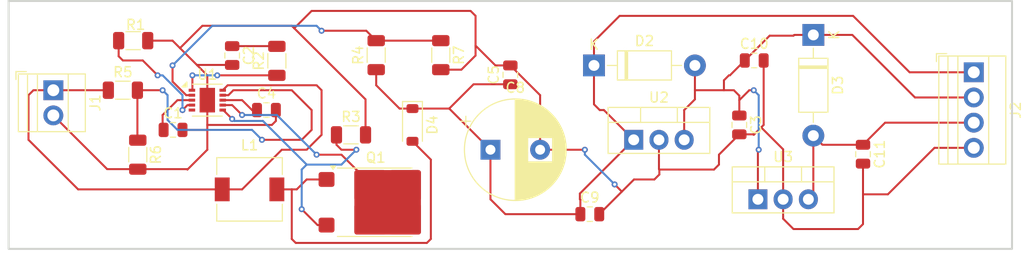
<source format=kicad_pcb>
(kicad_pcb (version 20240108) (generator "pcbnew") (generator_version "8.0")
  (layers (0 "F.Cu" signal) (31 "B.Cu" signal) (34 "B.Paste" user) (35 "F.Paste" user) (36 "B.SilkS" user "B.Silkscreen") (37 "F.SilkS" user "F.Silkscreen") (38 "B.Mask" user) (39 "F.Mask" user) (44 "Edge.Cuts" user))
  (net 0 "")
  (net 1 "GND")
  (net 2 "Net-(U1-SS)")
  (net 3 "Net-(C2-Pad1)")
  (net 4 "/+12V")
  (net 5 "Net-(U1-INTVCC)")
  (net 6 "/+24V")
  (net 7 "/+5V")
  (net 8 "Net-(D4-A)")
  (net 9 "Net-(J1-Pin_1)")
  (net 10 "Net-(Q1-S)")
  (net 11 "Net-(Q1-G)")
  (net 12 "Net-(U1-RT)")
  (net 13 "Net-(U1-VC)")
  (net 14 "Net-(U1-FBX)")
  (net 15 "Net-(U1-~{SHDN}{slash}UVLO)")
  (footprint "Package_TO_SOT_THT:TO-220-3_Vertical" (layer "F.Cu") (at 169.42 71.5)
    (property "Reference" "U3" (at 2.54 -4.27 0) (layer "F.SilkS"))
    (property "Value" "LM7805_TO220")
    (pad "1" thru_hole rect (at 0 0) (size 1.905 2) (drill 1.1) (layers "*.Cu" "*.Mask") (net 4 "/+12V"))
    (pad "2" thru_hole oval (at 2.54 0) (size 1.905 2) (drill 1.1) (layers "*.Cu" "*.Mask") (net 1 "GND"))
    (pad "3" thru_hole oval (at 5.08 0) (size 1.905 2) (drill 1.1) (layers "*.Cu" "*.Mask") (net 7 "/+5V"))
  )
  (footprint "Capacitor_SMD:C_0805_2012Metric" (layer "F.Cu") (at 116.5 57 -90)
    (property "Reference" "C2" (at 0 -1.68 90) (layer "F.SilkS"))
    (property "Value" "6.8nF")
    (pad "1" smd roundrect (at -0.95 0 270) (size 1 1.45) (layers "F.Cu" "F.Paste" "F.Mask") (net 3 "Net-(C2-Pad1)"))
    (pad "2" smd roundrect (at 0.95 0 270) (size 1 1.45) (layers "F.Cu" "F.Paste" "F.Mask") (net 1 "GND"))
  )
  (footprint "Resistor_SMD:R_1206_3216Metric" (layer "F.Cu") (at 107 67 -90)
    (property "Reference" "R6" (at 0 -1.82 90) (layer "F.SilkS"))
    (property "Value" "43.2k")
    (pad "1" smd roundrect (at -1.4625 0 270) (size 1.125 1.75) (layers "F.Cu" "F.Paste" "F.Mask") (roundrect_rratio 0.222222) (net 15 "Net-(U1-~{SHDN}{slash}UVLO)"))
    (pad "2" smd roundrect (at 1.4625 0 270) (size 1.125 1.75) (layers "F.Cu" "F.Paste" "F.Mask") (roundrect_rratio 0.222222) (net 1 "GND"))
  )
  (footprint "TerminalBlock:TerminalBlock_Xinya_XY308-2.54-4P_1x04_P2.54mm_Horizontal" (layer "F.Cu") (at 191.15 58.69 -90)
    (property "Reference" "J2" (at 3.81 -4.22 90) (layer "F.SilkS"))
    (property "Value" "Screw_Terminal_01x04")
    (pad "1" thru_hole rect (at 0 0 270) (size 2 2) (drill 1.2) (layers "*.Cu" "*.Mask") (net 6 "/+24V"))
    (pad "2" thru_hole circle (at 2.54 0 270) (size 2 2) (drill 1.2) (layers "*.Cu" "*.Mask") (net 4 "/+12V"))
    (pad "3" thru_hole circle (at 5.08 0 270) (size 2 2) (drill 1.2) (layers "*.Cu" "*.Mask") (net 7 "/+5V"))
    (pad "4" thru_hole circle (at 7.62 0 270) (size 2 2) (drill 1.2) (layers "*.Cu" "*.Mask") (net 1 "GND"))
  )
  (footprint "Capacitor_SMD:C_0805_2012Metric" (layer "F.Cu") (at 119.95 62.5)
    (property "Reference" "C4" (at 0 -1.68 0) (layer "F.SilkS"))
    (property "Value" "4.7uF")
    (pad "1" smd roundrect (at -0.95 0) (size 1 1.45) (layers "F.Cu" "F.Paste" "F.Mask") (net 5 "Net-(U1-INTVCC)"))
    (pad "2" smd roundrect (at 0.95 0) (size 1 1.45) (layers "F.Cu" "F.Paste" "F.Mask") (net 1 "GND"))
  )
  (footprint "Diode_THT:D_DO-41_SOD81_P10.16mm_Horizontal" (layer "F.Cu") (at 175 54.92 -90)
    (property "Reference" "D3" (at 5.08 -2.47 90) (layer "F.SilkS"))
    (property "Value" "1N4007")
    (fp_text user "K" (at 0 -2.1 90) (layer "F.SilkS"))
    (pad "1" thru_hole rect (at 0 0 270) (size 2.2 2.2) (drill 1.1) (layers "*.Cu" "*.Mask") (net 4 "/+12V"))
    (pad "2" thru_hole oval (at 10.16 0 270) (size 2.2 2.2) (drill 1.1) (layers "*.Cu" "*.Mask") (net 7 "/+5V"))
  )
  (footprint "Resistor_SMD:R_1206_3216Metric" (layer "F.Cu") (at 131 56.9625 90)
    (property "Reference" "R4" (at 0 -1.82 90) (layer "F.SilkS"))
    (property "Value" "226k")
    (pad "1" smd roundrect (at -1.4625 0 90) (size 1.125 1.75) (layers "F.Cu" "F.Paste" "F.Mask") (roundrect_rratio 0.222222) (net 6 "/+24V"))
    (pad "2" smd roundrect (at 1.4625 0 90) (size 1.125 1.75) (layers "F.Cu" "F.Paste" "F.Mask") (roundrect_rratio 0.222222) (net 14 "Net-(U1-FBX)"))
  )
  (footprint "Capacitor_SMD:C_0805_2012Metric" (layer "F.Cu") (at 180 66.95 -90)
    (property "Reference" "C11" (at 0 -1.68 90) (layer "F.SilkS"))
    (property "Value" "0.1uF")
    (pad "1" smd roundrect (at -0.95 0 270) (size 1 1.45) (layers "F.Cu" "F.Paste" "F.Mask") (net 7 "/+5V"))
    (pad "2" smd roundrect (at 0.95 0 270) (size 1 1.45) (layers "F.Cu" "F.Paste" "F.Mask") (net 1 "GND"))
  )
  (footprint "Resistor_SMD:R_1206_3216Metric" (layer "F.Cu") (at 105.5 60.5)
    (property "Reference" "R5" (at 0 -1.82 0) (layer "F.SilkS"))
    (property "Value" "200k")
    (pad "1" smd roundrect (at -1.4625 0) (size 1.125 1.75) (layers "F.Cu" "F.Paste" "F.Mask") (roundrect_rratio 0.222222) (net 9 "Net-(J1-Pin_1)"))
    (pad "2" smd roundrect (at 1.4625 0) (size 1.125 1.75) (layers "F.Cu" "F.Paste" "F.Mask") (roundrect_rratio 0.222222) (net 15 "Net-(U1-~{SHDN}{slash}UVLO)"))
  )
  (footprint "Capacitor_SMD:C_0805_2012Metric" (layer "F.Cu") (at 152.5 73)
    (property "Reference" "C9" (at 0 -1.68 360) (layer "F.SilkS"))
    (property "Value" "0.33uF")
    (pad "1" smd roundrect (at -0.95 0) (size 1 1.45) (layers "F.Cu" "F.Paste" "F.Mask") (net 6 "/+24V"))
    (pad "2" smd roundrect (at 0.95 0) (size 1 1.45) (layers "F.Cu" "F.Paste" "F.Mask") (net 1 "GND"))
  )
  (footprint "Capacitor_SMD:C_0805_2012Metric" (layer "F.Cu") (at 167.55 64 -90)
    (property "Reference" "C3" (at 0 -1.68 90) (layer "F.SilkS"))
    (property "Value" "0.1uF")
    (pad "1" smd roundrect (at -0.95 0 270) (size 1 1.45) (layers "F.Cu" "F.Paste" "F.Mask") (net 4 "/+12V"))
    (pad "2" smd roundrect (at 0.95 0 270) (size 1 1.45) (layers "F.Cu" "F.Paste" "F.Mask") (net 1 "GND"))
  )
  (footprint "Resistor_SMD:R_1206_3216Metric" (layer "F.Cu") (at 121 57.5375 90)
    (property "Reference" "R2" (at 0 -1.82 90) (layer "F.SilkS"))
    (property "Value" "22k")
    (pad "1" smd roundrect (at -1.4625 0 90) (size 1.125 1.75) (layers "F.Cu" "F.Paste" "F.Mask") (roundrect_rratio 0.222222) (net 13 "Net-(U1-VC)"))
    (pad "2" smd roundrect (at 1.4625 0 90) (size 1.125 1.75) (layers "F.Cu" "F.Paste" "F.Mask") (roundrect_rratio 0.222222) (net 3 "Net-(C2-Pad1)"))
  )
  (footprint "Inductor_SMD:L_6.3x6.3_H3" (layer "F.Cu") (at 118.25 70.5)
    (property "Reference" "L1" (at 0 -4.45 0) (layer "F.SilkS"))
    (property "Value" "10uH")
    (pad "1" smd rect (at -2.75 0) (size 1.5 2.4) (layers "F.Cu" "F.Paste" "F.Mask") (net 9 "Net-(J1-Pin_1)"))
    (pad "2" smd rect (at 2.75 0) (size 1.5 2.4) (layers "F.Cu" "F.Paste" "F.Mask") (net 8 "Net-(D4-A)"))
  )
  (footprint "Resistor_SMD:R_1206_3216Metric" (layer "F.Cu") (at 106.5375 55.5)
    (property "Reference" "R1" (at 0.25 -1.6 0) (layer "F.SilkS"))
    (property "Value" "41.2k")
    (pad "1" smd roundrect (at -1.4625 0) (size 1.125 1.75) (layers "F.Cu" "F.Paste" "F.Mask") (roundrect_rratio 0.222222) (net 12 "Net-(U1-RT)"))
    (pad "2" smd roundrect (at 1.4625 0) (size 1.125 1.75) (layers "F.Cu" "F.Paste" "F.Mask") (roundrect_rratio 0.222222) (net 1 "GND"))
  )
  (footprint "Capacitor_THT:CP_Radial_D10.0mm_P5.00mm" (layer "F.Cu") (at 142.5 66.5)
    (property "Reference" "C8" (at 2.5 -6.25 0) (layer "F.SilkS"))
    (property "Value" "47uF")
    (pad "1" thru_hole rect (at 0 0) (size 2 2) (drill 1) (layers "*.Cu" "*.Mask") (net 6 "/+24V"))
    (pad "2" thru_hole circle (at 5 0) (size 2 2) (drill 1) (layers "*.Cu" "*.Mask") (net 1 "GND"))
  )
  (footprint "Capacitor_SMD:C_0805_2012Metric" (layer "F.Cu") (at 144.5 58.95 90)
    (property "Reference" "C5" (at 0 -1.68 90) (layer "F.SilkS"))
    (property "Value" "18uF")
    (pad "1" smd roundrect (at -0.95 0 90) (size 1 1.45) (layers "F.Cu" "F.Paste" "F.Mask") (net 6 "/+24V"))
    (pad "2" smd roundrect (at 0.95 0 90) (size 1 1.45) (layers "F.Cu" "F.Paste" "F.Mask") (net 1 "GND"))
  )
  (footprint "Package_TO_SOT_SMD:ATPAK-2" (layer "F.Cu") (at 130.95 71.8)
    (property "Reference" "Q1" (at 0 -4.5 360) (layer "F.SilkS"))
    (property "Value" "NMOS")
    (pad "1" smd roundrect (at -4.95 -2.3) (size 1.6 1.5) (layers "F.Cu" "F.Paste" "F.Mask") (roundrect_rratio 0.166667) (net 8 "Net-(D4-A)"))
    (pad "2" smd roundrect (at -0.55 -1.7) (size 3.2 3.1) (layers "F.Cu" "F.Paste") (roundrect_rratio 0.080645) (net 11 "Net-(Q1-G)"))
    (pad "2" smd roundrect (at -0.55 1.7) (size 3.2 3.1) (layers "F.Cu" "F.Paste") (roundrect_rratio 0.080645) (net 11 "Net-(Q1-G)"))
    (pad "2" smd roundrect (at 1.2 0) (size 6.7 6.5) (layers "F.Cu" "F.Mask") (roundrect_rratio 0.038462) (net 11 "Net-(Q1-G)"))
    (pad "2" smd roundrect (at 2.95 -1.7) (size 3.2 3.1) (layers "F.Cu" "F.Paste") (roundrect_rratio 0.080645) (net 11 "Net-(Q1-G)"))
    (pad "2" smd roundrect (at 2.95 1.7) (size 3.2 3.1) (layers "F.Cu" "F.Paste") (roundrect_rratio 0.080645) (net 11 "Net-(Q1-G)"))
    (pad "3" smd roundrect (at -4.95 2.3) (size 1.6 1.5) (layers "F.Cu" "F.Paste" "F.Mask") (roundrect_rratio 0.166667) (net 10 "Net-(Q1-S)"))
  )
  (footprint "Package_DFN_QFN:DFN-10-1EP_3x3mm_P0.5mm_EP1.55x2.48mm" (layer "F.Cu") (at 114 61.5)
    (property "Reference" "U1" (at 0 -2.575 0) (layer "F.SilkS"))
    (property "Value" "LT3757AEDD")
    (pad "1" smd rect (at -1.55 -1) (size 0.65 0.3) (layers "F.Cu" "F.Paste" "F.Mask") (net 13 "Net-(U1-VC)"))
    (pad "2" smd rect (at -1.55 -0.5) (size 0.65 0.3) (layers "F.Cu" "F.Paste" "F.Mask") (net 14 "Net-(U1-FBX)"))
    (pad "3" smd rect (at -1.55 0) (size 0.65 0.3) (layers "F.Cu" "F.Paste" "F.Mask") (net 2 "Net-(U1-SS)"))
    (pad "4" smd rect (at -1.55 0.5) (size 0.65 0.3) (layers "F.Cu" "F.Paste" "F.Mask") (net 12 "Net-(U1-RT)"))
    (pad "5" smd rect (at -1.55 1) (size 0.65 0.3) (layers "F.Cu" "F.Paste" "F.Mask") (net 1 "GND"))
    (pad "6" smd rect (at 1.55 1) (size 0.65 0.3) (layers "F.Cu" "F.Paste" "F.Mask") (net 10 "Net-(Q1-S)"))
    (pad "7" smd rect (at 1.55 0.5) (size 0.65 0.3) (layers "F.Cu" "F.Paste" "F.Mask") (net 11 "Net-(Q1-G)"))
    (pad "8" smd rect (at 1.55 0) (size 0.65 0.3) (layers "F.Cu" "F.Paste" "F.Mask") (net 5 "Net-(U1-INTVCC)"))
    (pad "9" smd rect (at 1.55 -0.5) (size 0.65 0.3) (layers "F.Cu" "F.Paste" "F.Mask") (net 15 "Net-(U1-~{SHDN}{slash}UVLO)"))
    (pad "10" smd rect (at 1.55 -1) (size 0.65 0.3) (layers "F.Cu" "F.Paste" "F.Mask") (net 9 "Net-(J1-Pin_1)"))
    (pad "11" smd rect (at 0 0) (size 1.55 2.48) (layers "F.Cu" "F.Mask") (net 1 "GND"))
  )
  (footprint "TerminalBlock:TerminalBlock_Xinya_XY308-2.54-2P_1x02_P2.54mm_Horizontal" (layer "F.Cu") (at 98.5 60.5 -90)
    (property "Reference" "J1" (at 1.27 -4.22 90) (layer "F.SilkS"))
    (property "Value" "Screw_Terminal_01x02")
    (pad "1" thru_hole rect (at 0 0 270) (size 2 2) (drill 1.2) (layers "*.Cu" "*.Mask") (net 9 "Net-(J1-Pin_1)"))
    (pad "2" thru_hole circle (at 2.54 0 270) (size 2 2) (drill 1.2) (layers "*.Cu" "*.Mask") (net 1 "GND"))
  )
  (footprint "Diode_SMD:D_SOD-123" (layer "F.Cu") (at 134.65 64 -90)
    (property "Reference" "D4" (at 0 -2 90) (layer "F.SilkS"))
    (property "Value" "BAT42W-V")
    (pad "1" smd roundrect (at -1.65 0 270) (size 0.9 1.2) (layers "F.Cu" "F.Paste" "F.Mask") (net 6 "/+24V"))
    (pad "2" smd roundrect (at 1.65 0 270) (size 0.9 1.2) (layers "F.Cu" "F.Paste" "F.Mask") (net 8 "Net-(D4-A)"))
  )
  (footprint "Resistor_SMD:R_1206_3216Metric" (layer "F.Cu") (at 128.4625 65)
    (property "Reference" "R3" (at 0 -1.82 0) (layer "F.SilkS"))
    (property "Value" "0.01")
    (pad "1" smd roundrect (at -1.4625 0) (size 1.125 1.75) (layers "F.Cu" "F.Paste" "F.Mask") (roundrect_rratio 0.222222) (net 10 "Net-(Q1-S)"))
    (pad "2" smd roundrect (at 1.4625 0) (size 1.125 1.75) (layers "F.Cu" "F.Paste" "F.Mask") (roundrect_rratio 0.222222) (net 1 "GND"))
  )
  (footprint "Capacitor_SMD:C_0805_2012Metric" (layer "F.Cu") (at 169.05 57.5)
    (property "Reference" "C10" (at 0 -1.68 0) (layer "F.SilkS"))
    (property "Value" "0.33uF")
    (pad "1" smd roundrect (at -0.95 0) (size 1 1.45) (layers "F.Cu" "F.Paste" "F.Mask") (net 4 "/+12V"))
    (pad "2" smd roundrect (at 0.95 0) (size 1 1.45) (layers "F.Cu" "F.Paste" "F.Mask") (net 1 "GND"))
  )
  (footprint "Resistor_SMD:R_1206_3216Metric" (layer "F.Cu") (at 137.5 56.9625 -90)
    (property "Reference" "R7" (at 0 -1.82 90) (layer "F.SilkS"))
    (property "Value" "16.2k")
    (pad "1" smd roundrect (at -1.4625 0 270) (size 1.125 1.75) (layers "F.Cu" "F.Paste" "F.Mask") (roundrect_rratio 0.222222) (net 14 "Net-(U1-FBX)"))
    (pad "2" smd roundrect (at 1.4625 0 270) (size 1.125 1.75) (layers "F.Cu" "F.Paste" "F.Mask") (roundrect_rratio 0.222222) (net 1 "GND"))
  )
  (footprint "Capacitor_SMD:C_0805_2012Metric" (layer "F.Cu") (at 110.55 64.5)
    (property "Reference" "C1" (at 0 -1.68 0) (layer "F.SilkS"))
    (property "Value" "0.1uF")
    (pad "1" smd roundrect (at -0.95 0) (size 1 1.45) (layers "F.Cu" "F.Paste" "F.Mask") (net 2 "Net-(U1-SS)"))
    (pad "2" smd roundrect (at 0.95 0) (size 1 1.45) (layers "F.Cu" "F.Paste" "F.Mask") (net 1 "GND"))
  )
  (footprint "Package_TO_SOT_THT:TO-220-3_Vertical" (layer "F.Cu") (at 156.92 65.5)
    (property "Reference" "U2" (at 2.54 -4.27 0) (layer "F.SilkS"))
    (property "Value" "LM7812_TO220")
    (pad "1" thru_hole rect (at 0 0) (size 1.905 2) (drill 1.1) (layers "*.Cu" "*.Mask") (net 6 "/+24V"))
    (pad "2" thru_hole oval (at 2.54 0) (size 1.905 2) (drill 1.1) (layers "*.Cu" "*.Mask") (net 1 "GND"))
    (pad "3" thru_hole oval (at 5.08 0) (size 1.905 2) (drill 1.1) (layers "*.Cu" "*.Mask") (net 4 "/+12V"))
  )
  (footprint "Diode_THT:D_DO-41_SOD81_P10.16mm_Horizontal" (layer "F.Cu") (at 152.92 58)
    (property "Reference" "D2" (at 5.08 -2.47 0) (layer "F.SilkS"))
    (property "Value" "1N4007")
    (fp_text user "K" (at 0 -2.1 0) (layer "F.SilkS"))
    (pad "1" thru_hole rect (at 0 0) (size 2.2 2.2) (drill 1.1) (layers "*.Cu" "*.Mask") (net 6 "/+24V"))
    (pad "2" thru_hole oval (at 10.16 0) (size 2.2 2.2) (drill 1.1) (layers "*.Cu" "*.Mask") (net 4 "/+12V"))
  )
  (gr_rect (start 94 51.5) (end 195 76.5) (stroke (width 0.2)) (fill none) (layer "Edge.Cuts"))
  (segment (start 110.5 55.5) (end 108 55.5) (width 0.2) (layer "F.Cu") (net 1))
  (segment (start 144.5 58) (end 143 58) (width 0.2) (layer "F.Cu") (net 1))
  (segment (start 120.9 63.6) (end 120.5 64) (width 0.2) (layer "F.Cu") (net 1))
  (segment (start 120.9 62.5) (end 120.9 63.6) (width 0.2) (layer "F.Cu") (net 1))
  (segment (start 113.05 57.95) (end 113 58) (width 0.2) (layer "F.Cu") (net 1))
  (segment (start 187.19 66.31) (end 182.5 71) (width 0.2) (layer "F.Cu") (net 1))
  (segment (start 116.5 57.95) (end 113.05 57.95) (width 0.2) (layer "F.Cu") (net 1))
  (segment (start 155.725 70.725) (end 156.95 69.5) (width 0.2) (layer "F.Cu") (net 1))
  (segment (start 170 57.5) (end 170 64) (width 0.2) (layer "F.Cu") (net 1))
  (segment (start 111.25 56.25) (end 110.5 55.5) (width 0.2) (layer "F.Cu") (net 1))
  (segment (start 152 66.5) (end 147.5 66.5) (width 0.2) (layer "F.Cu") (net 1))
  (segment (start 155.725 70.725) (end 155 70) (width 0.2) (layer "F.Cu") (net 1))
  (segment (start 156.95 69.5) (end 159 69.5) (width 0.2) (layer "F.Cu") (net 1))
  (segment (start 144.5 58) (end 147.5 61) (width 0.2) (layer "F.Cu") (net 1))
  (segment (start 122.75 54.25) (end 122.5 54) (width 0.2) (layer "F.Cu") (net 1))
  (segment (start 171.96 73.46) (end 171.96 71.5) (width 0.2) (layer "F.Cu") (net 1))
  (segment (start 114 66.5) (end 114 64.5) (width 0.2) (layer "F.Cu") (net 1))
  (segment (start 114 64) (end 114 61.5) (width 0.2) (layer "F.Cu") (net 1))
  (segment (start 169.75 64.25) (end 169 65) (width 0.2) (layer "F.Cu") (net 1))
  (segment (start 111.5 64.5) (end 114 64.5) (width 0.2) (layer "F.Cu") (net 1))
  (segment (start 159.46 68.46) (end 159.46 65.5) (width 0.2) (layer "F.Cu") (net 1))
  (segment (start 113 58) (end 111.25 56.25) (width 0.2) (layer "F.Cu") (net 1))
  (segment (start 171.96 71.5) (end 171.96 66.46) (width 0.2) (layer "F.Cu") (net 1))
  (segment (start 111.9625 68.4625) (end 112 68.5) (width 0.2) (layer "F.Cu") (net 1))
  (segment (start 129.925 65) (end 129.925 61.425) (width 0.2) (layer "F.Cu") (net 1))
  (segment (start 173 74.5) (end 171.96 73.46) (width 0.2) (layer "F.Cu") (net 1))
  (segment (start 114 59) (end 113 58) (width 0.2) (layer "F.Cu") (net 1))
  (segment (start 141 53) (end 140.5 52.5) (width 0.2) (layer "F.Cu") (net 1))
  (segment (start 139.575 58.425) (end 141 57) (width 0.2) (layer "F.Cu") (net 1))
  (segment (start 141 57) (end 141 56) (width 0.2) (layer "F.Cu") (net 1))
  (segment (start 153.45 73) (end 155.725 70.725) (width 0.2) (layer "F.Cu") (net 1))
  (segment (start 159.5 69) (end 159.5 68.5) (width 0.2) (layer "F.Cu") (net 1))
  (segment (start 180 74) (end 179.5 74.5) (width 0.2) (layer "F.Cu") (net 1))
  (segment (start 159.5 68.5) (end 159.46 68.46) (width 0.2) (layer "F.Cu") (net 1))
  (segment (start 98.5 63.04) (end 103.9225 68.4625) (width 0.2) (layer "F.Cu") (net 1))
  (segment (start 165.5 67) (end 165.5 68) (width 0.2) (layer "F.Cu") (net 1))
  (segment (start 137.5 58.425) (end 139.575 58.425) (width 0.2) (layer "F.Cu") (net 1))
  (segment (start 171.96 66.46) (end 169.75 64.25) (width 0.2) (layer "F.Cu") (net 1))
  (segment (start 165 68.5) (end 159.5 68.5) (width 0.2) (layer "F.Cu") (net 1))
  (segment (start 179.5 74.5) (end 173 74.5) (width 0.2) (layer "F.Cu") (net 1))
  (segment (start 170 64) (end 169.75 64.25) (width 0.2) (layer "F.Cu") (net 1))
  (segment (start 103.9225 68.4625) (end 107 68.4625) (width 0.2) (layer "F.Cu") (net 1))
  (segment (start 112 68.5) (end 114 66.5) (width 0.2) (layer "F.Cu") (net 1))
  (segment (start 180 71) (end 180 74) (width 0.2) (layer "F.Cu") (net 1))
  (segment (start 107 68.4625) (end 111.9625 68.4625) (width 0.2) (layer "F.Cu") (net 1))
  (segment (start 167.55 64.95) (end 165.5 67) (width 0.2) (layer "F.Cu") (net 1))
  (segment (start 113.5 54) (end 111.25 56.25) (width 0.2) (layer "F.Cu") (net 1))
  (segment (start 129.925 61.425) (end 122.75 54.25) (width 0.2) (layer "F.Cu") (net 1))
  (segment (start 124.5 52.5) (end 122.75 54.25) (width 0.2) (layer "F.Cu") (net 1))
  (segment (start 143 58) (end 141 56) (width 0.2) (layer "F.Cu") (net 1))
  (segment (start 168.95 64.95) (end 167.55 64.95) (width 0.2) (layer "F.Cu") (net 1))
  (segment (start 165.5 68) (end 165 68.5) (width 0.2) (layer "F.Cu") (net 1))
  (segment (start 114 61.5) (end 114 59) (width 0.2) (layer "F.Cu") (net 1))
  (segment (start 147.5 61) (end 147.5 66.5) (width 0.2) (layer "F.Cu") (net 1))
  (segment (start 141 56) (end 141 53) (width 0.2) (layer "F.Cu") (net 1))
  (segment (start 182.5 71) (end 180 71) (width 0.2) (layer "F.Cu") (net 1))
  (segment (start 191.15 66.31) (end 187.19 66.31) (width 0.2) (layer "F.Cu") (net 1))
  (segment (start 114 64.5) (end 114 64) (width 0.2) (layer "F.Cu") (net 1))
  (segment (start 159 69.5) (end 159.5 69) (width 0.2) (layer "F.Cu") (net 1))
  (segment (start 140.5 52.5) (end 124.5 52.5) (width 0.2) (layer "F.Cu") (net 1))
  (segment (start 169 65) (end 168.95 64.95) (width 0.2) (layer "F.Cu") (net 1))
  (segment (start 180 67.9) (end 180 71) (width 0.2) (layer "F.Cu") (net 1))
  (segment (start 122.5 54) (end 113.5 54) (width 0.2) (layer "F.Cu") (net 1))
  (segment (start 120.5 64) (end 114 64) (width 0.2) (layer "F.Cu") (net 1))
  (via (at 152 66.5) (size 0.6) (drill 0.3) (layers "F.Cu" "B.Cu") (net 1))
  (via (at 155 70) (size 0.6) (drill 0.3) (layers "F.Cu" "B.Cu") (net 1))
  (segment (start 152 67) (end 152 66.5) (width 0.2) (layer "B.Cu") (net 1))
  (segment (start 155 70) (end 152 67) (width 0.2) (layer "B.Cu") (net 1))
  (segment (start 109.5 64.5) (end 109.5 63) (width 0.2) (layer "F.Cu") (net 2))
  (segment (start 111 61.5) (end 112.45 61.5) (width 0.2) (layer "F.Cu") (net 2))
  (segment (start 109.6 64.5) (end 109.5 64.5) (width 0.2) (layer "F.Cu") (net 2))
  (segment (start 109.5 63) (end 111 61.5) (width 0.2) (layer "F.Cu") (net 2))
  (segment (start 116.5 56.05) (end 120.975 56.05) (width 0.2) (layer "F.Cu") (net 3))
  (segment (start 120.975 56.05) (end 121 56.075) (width 0.2) (layer "F.Cu") (net 3))
  (segment (start 168.1 57.5) (end 166.6 59) (width 0.2) (layer "F.Cu") (net 4))
  (segment (start 167.55 61.05) (end 167 60.5) (width 0.2) (layer "F.Cu") (net 4))
  (segment (start 191.15 61.23) (end 185.23 61.23) (width 0.2) (layer "F.Cu") (net 4))
  (segment (start 163.08 60.5) (end 163.08 58) (width 0.2) (layer "F.Cu") (net 4))
  (segment (start 173.08 54.92) (end 173 55) (width 0.2) (layer "F.Cu") (net 4))
  (segment (start 173 55) (end 170.6 55) (width 0.2) (layer "F.Cu") (net 4))
  (segment (start 162 65.5) (end 162 62.5) (width 0.2) (layer "F.Cu") (net 4))
  (segment (start 167 60.5) (end 166 60.5) (width 0.2) (layer "F.Cu") (net 4))
  (segment (start 178.92 54.92) (end 175 54.92) (width 0.2) (layer "F.Cu") (net 4))
  (segment (start 166 60.5) (end 163.08 60.5) (width 0.2) (layer "F.Cu") (net 4))
  (segment (start 166.6 59) (end 166.5 59) (width 0.2) (layer "F.Cu") (net 4))
  (segment (start 166 59.5) (end 166 60.5) (width 0.2) (layer "F.Cu") (net 4))
  (segment (start 169.42 71.5) (end 169.42 66.58) (width 0.2) (layer "F.Cu") (net 4))
  (segment (start 169 60.5) (end 168.55 60.5) (width 0.2) (layer "F.Cu") (net 4))
  (segment (start 163.08 61.42) (end 163.08 60.5) (width 0.2) (layer "F.Cu") (net 4))
  (segment (start 175 54.92) (end 173.08 54.92) (width 0.2) (layer "F.Cu") (net 4))
  (segment (start 167.55 63.05) (end 167.55 61.5) (width 0.2) (layer "F.Cu") (net 4))
  (segment (start 162 62.5) (end 163.08 61.42) (width 0.2) (layer "F.Cu") (net 4))
  (segment (start 167.55 61.5) (end 167.55 61.05) (width 0.2) (layer "F.Cu") (net 4))
  (segment (start 170.6 55) (end 168.1 57.5) (width 0.2) (layer "F.Cu") (net 4))
  (segment (start 166.5 59) (end 166 59.5) (width 0.2) (layer "F.Cu") (net 4))
  (segment (start 168.55 60.5) (end 167.55 61.5) (width 0.2) (layer "F.Cu") (net 4))
  (segment (start 169.42 66.58) (end 169.5 66.5) (width 0.2) (layer "F.Cu") (net 4))
  (segment (start 185.23 61.23) (end 178.92 54.92) (width 0.2) (layer "F.Cu") (net 4))
  (via (at 169.5 66.5) (size 0.6) (drill 0.3) (layers "F.Cu" "B.Cu") (net 4))
  (via (at 169 60.5) (size 0.6) (drill 0.3) (layers "F.Cu" "B.Cu") (net 4))
  (segment (start 169.5 66.5) (end 169.5 61) (width 0.2) (layer "B.Cu") (net 4))
  (segment (start 169.5 61) (end 169 60.5) (width 0.2) (layer "B.Cu") (net 4))
  (segment (start 118.5 62.5) (end 117.5 61.5) (width 0.2) (layer "F.Cu") (net 5))
  (segment (start 117.5 61.5) (end 115.55 61.5) (width 0.2) (layer "F.Cu") (net 5))
  (segment (start 119 62.5) (end 118.5 62.5) (width 0.2) (layer "F.Cu") (net 5))
  (segment (start 153.5 62.5) (end 152.92 61.92) (width 0.2) (layer "F.Cu") (net 6))
  (segment (start 151.55 73) (end 144 73) (width 0.2) (layer "F.Cu") (net 6))
  (segment (start 191.15 58.69) (end 184.69 58.69) (width 0.2) (layer "F.Cu") (net 6))
  (segment (start 142.5 71.5) (end 142.5 66.5) (width 0.2) (layer "F.Cu") (net 6))
  (segment (start 138.35 62.35) (end 142.5 66.5) (width 0.2) (layer "F.Cu") (net 6))
  (segment (start 156.92 65.5) (end 153.92 62.5) (width 0.2) (layer "F.Cu") (net 6))
  (segment (start 151.5 70.92) (end 151.5 71.5) (width 0.2) (layer "F.Cu") (net 6))
  (segment (start 179 53) (end 155.5 53) (width 0.2) (layer "F.Cu") (net 6))
  (segment (start 144 73) (end 142.5 71.5) (width 0.2) (layer "F.Cu") (net 6))
  (segment (start 140.8 59.9) (end 138.35 62.35) (width 0.2) (layer "F.Cu") (net 6))
  (segment (start 155.5 53) (end 152.92 55.58) (width 0.2) (layer "F.Cu") (net 6))
  (segment (start 184.69 58.69) (end 179 53) (width 0.2) (layer "F.Cu") (net 6))
  (segment (start 144.5 59.9) (end 140.8 59.9) (width 0.2) (layer "F.Cu") (net 6))
  (segment (start 134.65 62.35) (end 133.35 62.35) (width 0.2) (layer "F.Cu") (net 6))
  (segment (start 133.35 62.35) (end 131 60) (width 0.2) (layer "F.Cu") (net 6))
  (segment (start 134.65 62.35) (end 138.35 62.35) (width 0.2) (layer "F.Cu") (net 6))
  (segment (start 152.92 61.92) (end 152.92 58) (width 0.2) (layer "F.Cu") (net 6))
  (segment (start 131 60) (end 131 58.425) (width 0.2) (layer "F.Cu") (net 6))
  (segment (start 152.92 55.58) (end 152.92 58) (width 0.2) (layer "F.Cu") (net 6))
  (segment (start 151.55 71.55) (end 151.55 73) (width 0.2) (layer "F.Cu") (net 6))
  (segment (start 156.92 65.5) (end 151.5 70.92) (width 0.2) (layer "F.Cu") (net 6))
  (segment (start 153.92 62.5) (end 153.5 62.5) (width 0.2) (layer "F.Cu") (net 6))
  (segment (start 151.5 71.5) (end 151.55 71.55) (width 0.2) (layer "F.Cu") (net 6))
  (segment (start 182.23 63.77) (end 180 66) (width 0.2) (layer "F.Cu") (net 7))
  (segment (start 175 65.08) (end 175 71) (width 0.2) (layer "F.Cu") (net 7))
  (segment (start 175 71) (end 174.5 71.5) (width 0.2) (layer "F.Cu") (net 7))
  (segment (start 180 66) (end 175.92 66) (width 0.2) (layer "F.Cu") (net 7))
  (segment (start 175.92 66) (end 175 65.08) (width 0.2) (layer "F.Cu") (net 7))
  (segment (start 191.15 63.77) (end 182.23 63.77) (width 0.2) (layer "F.Cu") (net 7))
  (segment (start 124 69.5) (end 126 69.5) (width 0.2) (layer "F.Cu") (net 8))
  (segment (start 123 70.5) (end 124 69.5) (width 0.2) (layer "F.Cu") (net 8))
  (segment (start 122.9 75.9) (end 122.5 75.5) (width 0.2) (layer "F.Cu") (net 8))
  (segment (start 136.5 67.5) (end 136.5 75.5) (width 0.2) (layer "F.Cu") (net 8))
  (segment (start 136.5 75.5) (end 136.1 75.9) (width 0.2) (layer "F.Cu") (net 8))
  (segment (start 121 70.5) (end 122.5 70.5) (width 0.2) (layer "F.Cu") (net 8))
  (segment (start 136.1 75.9) (end 122.9 75.9) (width 0.2) (layer "F.Cu") (net 8))
  (segment (start 122.5 70.5) (end 123 70.5) (width 0.2) (layer "F.Cu") (net 8))
  (segment (start 134.65 65.65) (end 136.5 67.5) (width 0.2) (layer "F.Cu") (net 8))
  (segment (start 122.5 75.5) (end 122.5 70.5) (width 0.2) (layer "F.Cu") (net 8))
  (segment (start 121.5 66.5) (end 124 66.5) (width 0.2) (layer "F.Cu") (net 9))
  (segment (start 115.5 70.5) (end 101 70.5) (width 0.2) (layer "F.Cu") (net 9))
  (segment (start 117.5 70.5) (end 121.5 66.5) (width 0.2) (layer "F.Cu") (net 9))
  (segment (start 98.5 60.5) (end 104.0375 60.5) (width 0.2) (layer "F.Cu") (net 9))
  (segment (start 116.05 60) (end 115.55 60.5) (width 0.2) (layer "F.Cu") (net 9))
  (segment (start 125.5 65) (end 125.5 60.5) (width 0.2) (layer "F.Cu") (net 9))
  (segment (start 96 61) (end 96.5 60.5) (width 0.2) (layer "F.Cu") (net 9))
  (segment (start 125 60) (end 116.05 60) (width 0.2) (layer "F.Cu") (net 9))
  (segment (start 115.5 70.5) (end 117.5 70.5) (width 0.2) (layer "F.Cu") (net 9))
  (segment (start 124 66.5) (end 125.5 65) (width 0.2) (layer "F.Cu") (net 9))
  (segment (start 96.5 60.5) (end 98.5 60.5) (width 0.2) (layer "F.Cu") (net 9))
  (segment (start 101 70.5) (end 96 65.5) (width 0.2) (layer "F.Cu") (net 9))
  (segment (start 125.5 60.5) (end 125 60) (width 0.2) (layer "F.Cu") (net 9))
  (segment (start 96 65.5) (end 96 61) (width 0.2) (layer "F.Cu") (net 9))
  (segment (start 115.55 62.5) (end 115.6 62.5) (width 0.2) (layer "F.Cu") (net 10))
  (segment (start 127.5 66.5) (end 127 66) (width 0.2) (layer "F.Cu") (net 10))
  (segment (start 129 66.5) (end 127.5 66.5) (width 0.2) (layer "F.Cu") (net 10))
  (segment (start 125.1 74.1) (end 123.5 72.5) (width 0.2) (layer "F.Cu") (net 10))
  (segment (start 127 66) (end 127 65) (width 0.2) (layer "F.Cu") (net 10))
  (segment (start 126 74.1) (end 125.1 74.1) (width 0.2) (layer "F.Cu") (net 10))
  (segment (start 115.6 62.5) (end 116.5 63.4) (width 0.2) (layer "F.Cu") (net 10))
  (via (at 123.5 72.5) (size 0.6) (drill 0.3) (layers "F.Cu" "B.Cu") (net 10))
  (via (at 116.5 63.4) (size 0.6) (drill 0.3) (layers "F.Cu" "B.Cu") (net 10))
  (via (at 129 66.5) (size 0.6) (drill 0.3) (layers "F.Cu" "B.Cu") (net 10))
  (segment (start 123.5 68.5) (end 124 68) (width 0.2) (layer "B.Cu") (net 10))
  (segment (start 124 68) (end 127.5 68) (width 0.2) (layer "B.Cu") (net 10))
  (segment (start 127.5 68) (end 129 66.5) (width 0.2) (layer "B.Cu") (net 10))
  (segment (start 116.5 63.4) (end 116.7 63.6) (width 0.2) (layer "B.Cu") (net 10))
  (segment (start 123.5 72.5) (end 123.5 68.5) (width 0.2) (layer "B.Cu") (net 10))
  (segment (start 119.6 63.6) (end 124 68) (width 0.2) (layer "B.Cu") (net 10))
  (segment (start 116.7 63.6) (end 119.6 63.6) (width 0.2) (layer "B.Cu") (net 10))
  (segment (start 116.5 62) (end 115.55 62) (width 0.2) (layer "F.Cu") (net 11))
  (segment (start 130.45 70.1) (end 132.15 71.8) (width 0.2) (layer "F.Cu") (net 11))
  (segment (start 117.5 63) (end 116.5 62) (width 0.2) (layer "F.Cu") (net 11))
  (segment (start 130.4 70.1) (end 130.4 69.9) (width 0.2) (layer "F.Cu") (net 11))
  (segment (start 130.4 69.9) (end 127.5 67) (width 0.2) (layer "F.Cu") (net 11))
  (segment (start 130.4 70.1) (end 130.45 70.1) (width 0.2) (layer "F.Cu") (net 11))
  (segment (start 127.5 67) (end 125 67) (width 0.2) (layer "F.Cu") (net 11))
  (via (at 117.5 63) (size 0.6) (drill 0.3) (layers "F.Cu" "B.Cu") (net 11))
  (via (at 125 67) (size 0.6) (drill 0.3) (layers "F.Cu" "B.Cu") (net 11))
  (segment (start 121 63) (end 117.5 63) (width 0.2) (layer "B.Cu") (net 11))
  (segment (start 125 67) (end 121 63) (width 0.2) (layer "B.Cu") (net 11))
  (segment (start 112 62) (end 111.5 62.5) (width 0.2) (layer "F.Cu") (net 12))
  (segment (start 105.075 57.075) (end 105.075 55.5) (width 0.2) (layer "F.Cu") (net 12))
  (segment (start 107.5 57.5) (end 105.5 57.5) (width 0.2) (layer "F.Cu") (net 12))
  (segment (start 112.45 62) (end 112 62) (width 0.2) (layer "F.Cu") (net 12))
  (segment (start 105.5 57.5) (end 105.075 57.075) (width 0.2) (layer "F.Cu") (net 12))
  (segment (start 109 59) (end 107.5 57.5) (width 0.2) (layer "F.Cu") (net 12))
  (via (at 111.5 62.5) (size 0.6) (drill 0.3) (layers "F.Cu" "B.Cu") (net 12))
  (via (at 109 59) (size 0.6) (drill 0.3) (layers "F.Cu" "B.Cu") (net 12))
  (segment (start 111.5 62.5) (end 111.5 61) (width 0.2) (layer "B.Cu") (net 12))
  (segment (start 109.5 59) (end 109 59) (width 0.2) (layer "B.Cu") (net 12))
  (segment (start 111.5 61) (end 110 59.5) (width 0.2) (layer "B.Cu") (net 12))
  (segment (start 110 59.5) (end 109.5 59) (width 0.2) (layer "B.Cu") (net 12))
  (segment (start 112.5 59) (end 112.5 60.45) (width 0.2) (layer "F.Cu") (net 13))
  (segment (start 112.5 60.45) (end 112.45 60.5) (width 0.2) (layer "F.Cu") (net 13))
  (segment (start 121 59) (end 115 59) (width 0.2) (layer "F.Cu") (net 13))
  (via (at 115 59) (size 0.6) (drill 0.3) (layers "F.Cu" "B.Cu") (net 13))
  (via (at 112.5 59) (size 0.6) (drill 0.3) (layers "F.Cu" "B.Cu") (net 13))
  (segment (start 115 59) (end 112.5 59) (width 0.2) (layer "B.Cu") (net 13))
  (segment (start 110.5 58) (end 110.5 59.625) (width 0.2) (layer "F.Cu") (net 14))
  (segment (start 110.5 59.625) (end 111.875 61) (width 0.2) (layer "F.Cu") (net 14))
  (segment (start 131 55.5) (end 130 54.5) (width 0.2) (layer "F.Cu") (net 14))
  (segment (start 131 55.5) (end 137.5 55.5) (width 0.2) (layer "F.Cu") (net 14))
  (segment (start 130 54.5) (end 125.5 54.5) (width 0.2) (layer "F.Cu") (net 14))
  (segment (start 111.875 61) (end 112.45 61) (width 0.2) (layer "F.Cu") (net 14))
  (via (at 125.5 54.5) (size 0.6) (drill 0.3) (layers "F.Cu" "B.Cu") (net 14))
  (via (at 110.5 58) (size 0.6) (drill 0.3) (layers "F.Cu" "B.Cu") (net 14))
  (segment (start 114.5 54) (end 110.5 58) (width 0.2) (layer "B.Cu") (net 14))
  (segment (start 125 54) (end 114.5 54) (width 0.2) (layer "B.Cu") (net 14))
  (segment (start 125.5 54.5) (end 125 54) (width 0.2) (layer "B.Cu") (net 14))
  (segment (start 116.625 60.5) (end 116.125 61) (width 0.2) (layer "F.Cu") (net 15))
  (segment (start 106.9625 60.5) (end 106.9625 65.5) (width 0.2) (layer "F.Cu") (net 15))
  (segment (start 124.5 64.5) (end 124.5 62.5) (width 0.2) (layer "F.Cu") (net 15))
  (segment (start 124.5 62.5) (end 122.5 60.5) (width 0.2) (layer "F.Cu") (net 15))
  (segment (start 123.5 65.5) (end 124.5 64.5) (width 0.2) (layer "F.Cu") (net 15))
  (segment (start 119.5 65.5) (end 123.5 65.5) (width 0.2) (layer "F.Cu") (net 15))
  (segment (start 116.125 61) (end 115.55 61) (width 0.2) (layer "F.Cu") (net 15))
  (segment (start 106.9625 65.5) (end 107 65.5375) (width 0.2) (layer "F.Cu") (net 15))
  (segment (start 122.5 60.5) (end 116.625 60.5) (width 0.2) (layer "F.Cu") (net 15))
  (segment (start 106.9625 60.5) (end 109.5 60.5) (width 0.2) (layer "F.Cu") (net 15))
  (via (at 119.5 65.5) (size 0.6) (drill 0.3) (layers "F.Cu" "B.Cu") (net 15))
  (via (at 109.5 60.5) (size 0.6) (drill 0.3) (layers "F.Cu" "B.Cu") (net 15))
  (segment (start 111 64.5) (end 110 63.5) (width 0.2) (layer "B.Cu") (net 15))
  (segment (start 110 61) (end 109.5 60.5) (width 0.2) (layer "B.Cu") (net 15))
  (segment (start 119.5 65.5) (end 118.5 64.5) (width 0.2) (layer "B.Cu") (net 15))
  (segment (start 118.5 64.5) (end 111 64.5) (width 0.2) (layer "B.Cu") (net 15))
  (segment (start 110 63.5) (end 110 61) (width 0.2) (layer "B.Cu") (net 15))
)
</source>
